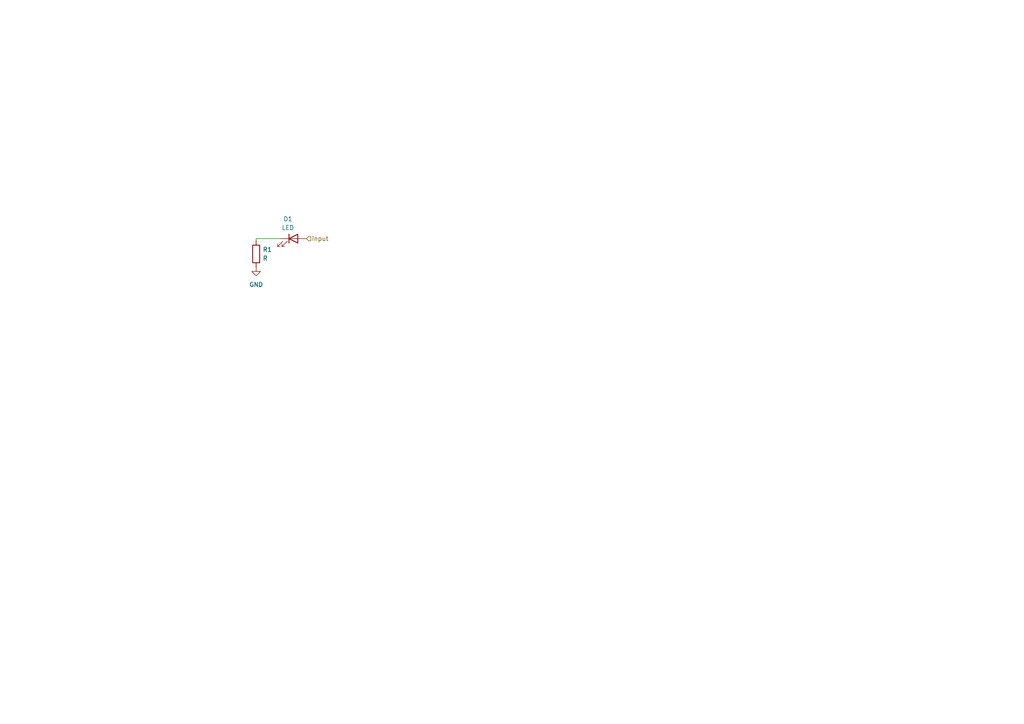
<source format=kicad_sch>
(kicad_sch (version 20230121) (generator eeschema)
  (paper "A4")
  (lib_symbols
    (symbol "Device:LED" (pin_numbers hide) (pin_names (offset 1.016) hide)
      (property "Reference" "D" (at 0 2.54 0))
      (property "Value" "LED" (at 0 -2.54 0))
      (symbol "LED_0_1"
        (polyline (pts (xy -1.27 -1.27) (xy -1.27 1.27)) (stroke (width 0.254)))
        (polyline (pts (xy -1.27 0) (xy 1.27 0)))
        (polyline (pts (xy 1.27 -1.27) (xy 1.27 1.27) (xy -1.27 0) (xy 1.27 -1.27)) (stroke (width 0.254)))
        (polyline (pts (xy -3.048 -0.762) (xy -4.572 -2.286) (xy -3.81 -2.286) (xy -4.572 -2.286) (xy -4.572 -1.524)))
        (polyline (pts (xy -1.778 -0.762) (xy -3.302 -2.286) (xy -2.54 -2.286) (xy -3.302 -2.286) (xy -3.302 -1.524)))
      )
      (symbol "LED_1_1"
        (pin passive line (at -3.81 0 0) (length 2.54) (name "K") (number "1"))
        (pin passive line (at 3.81 0 180) (length 2.54) (name "A") (number "2"))
      )
    )
    (symbol "Device:R" (pin_numbers hide) (pin_names (offset 0))
      (property "Reference" "R" (at 2.032 0 90))
      (property "Value" "R" (at 0 0 90))
      (symbol "R_0_1"
        (rectangle (start -1.016 -2.54) (end 1.016 2.54) (stroke (width 0.254)))
      )
      (symbol "R_1_1"
        (pin passive line (at 0 3.81 270) (length 1.27) (name "~") (number "1"))
        (pin passive line (at 0 -3.81 90) (length 1.27) (name "~") (number "2"))
      )
    )
    (symbol "power:GND" (power) (pin_names (offset 0))
      (property "Value" "GND" (at 0 -3.81 0))
      (symbol "GND_0_1"
        (polyline (pts (xy 0 0) (xy 0 -1.27) (xy 1.27 -1.27) (xy 0 -2.54) (xy -1.27 -1.27) (xy 0 -1.27)))
      )
      (symbol "GND_1_1"
        (pin power_in line (at 0 0 270) (length 0) hide (name "GND") (number "1"))
      )
    )
  )
  (wire (pts (xy 81.28 69.215) (xy 74.295 69.215)))
  (wire (pts (xy 74.295 69.215) (xy 74.295 69.85)))
  (hierarchical_label "input" (shape input) (at 88.9 69.215 0))
  (symbol (lib_id "Device:R") (at 74.295 73.66 0) (unit 1)
    (property "Reference" "R1" (at 76.2 72.39 0) (effects (justify left)))
    (property "Value" "R" (at 76.2 74.93 0) (effects (justify left)))
  )
  (symbol (lib_id "Device:LED") (at 85.09 69.215 0) (unit 1)
    (property "Reference" "D1" (at 83.5025 63.5 0))
    (property "Value" "LED" (at 83.5025 66.04 0))
  )
  (symbol (lib_id "power:GND") (at 74.295 77.47 0) (unit 1)
    (property "Reference" "#PWR03" (effects hide))
    (property "Value" "GND" (at 74.295 82.55 0))
  )
)
</source>
